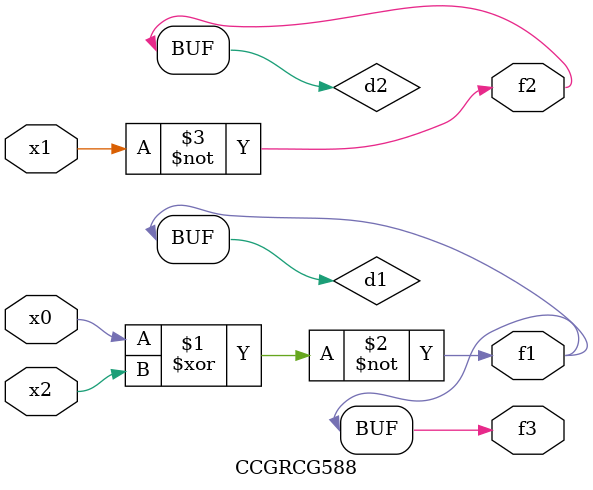
<source format=v>
module CCGRCG588(
	input x0, x1, x2,
	output f1, f2, f3
);

	wire d1, d2, d3;

	xnor (d1, x0, x2);
	nand (d2, x1);
	nor (d3, x1, x2);
	assign f1 = d1;
	assign f2 = d2;
	assign f3 = d1;
endmodule

</source>
